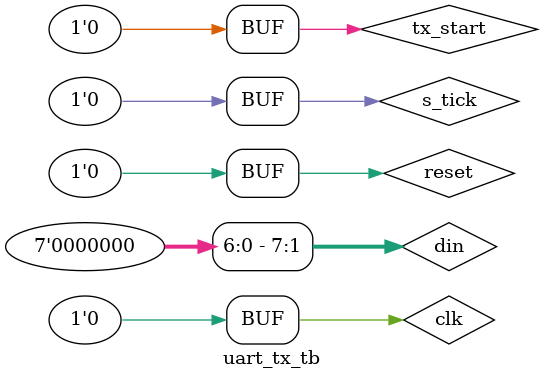
<source format=v>
module uart_tx_tb();
    localparam T = 10;
    parameter DBIT=8;
    reg clk, reset;
    reg tx_start, s_tick;
    reg [7:0] din;
    wire tx_done_tick;
    wire tx;
    
    uart_tx  uart_tx_uut
	(
	.din(din), 
	.clk(clk), 
	.reset(reset), 
	.tx_start(tx_start), 
	.s_tick(s_tick), 
	.tx_done_tick(tx_done_tick), 
	.tx(tx)
	);
    always 
      begin
        clk = 1'b1;
        #(T/2);
        clk = 1'b0;
        #(T/2);
      end
    initial
      begin
	    s_tick = 0;
        reset = 1'b1;
        #(T/2);
        reset = 1'b0;
      end
	always
      begin
        repeat(1000)
		  begin
		    #1630 s_tick = 1;
			#10   s_tick = 0;
		  end
      end
	  
	
    initial
      begin
        tx_start = 0;
        #(2*T) tx_start = 1;
        din = $random;	
		#(2*T) tx_start = 0;
		//////////////////////
		#270000 tx_start = 1;
		din = $random;
		#(2*T) tx_start = 0;
		//////////////////////
		#270000 tx_start = 1;
		din = $random;
		#(2*T) tx_start = 0;
      end
    
endmodule
</source>
